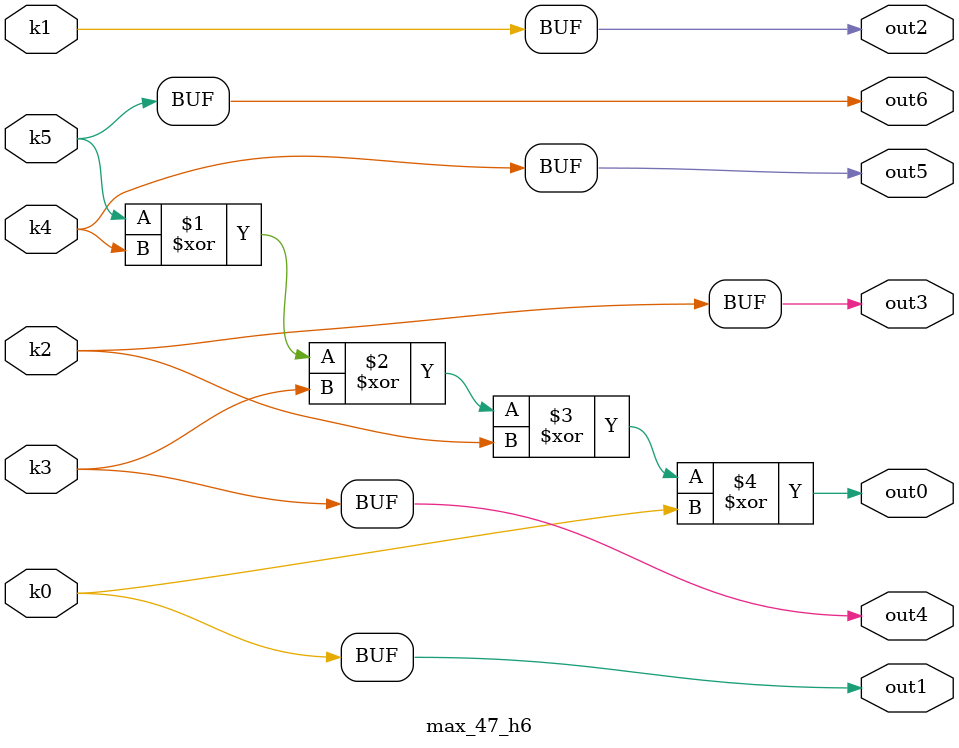
<source format=v>
module max_47(pi00, pi01, pi02, pi03, pi04, pi05, pi06, pi07, pi08, pi09, pi10, pi11, pi12, pi13, pi14, pi15, po0, po1, po2, po3, po4, po5, po6);
input pi00, pi01, pi02, pi03, pi04, pi05, pi06, pi07, pi08, pi09, pi10, pi11, pi12, pi13, pi14, pi15;
output po0, po1, po2, po3, po4, po5, po6;
wire k0, k1, k2, k3, k4, k5;
max_47_w6 DUT1 (pi00, pi01, pi02, pi03, pi04, pi05, pi06, pi07, pi08, pi09, pi10, pi11, pi12, pi13, pi14, pi15, k0, k1, k2, k3, k4, k5);
max_47_h6 DUT2 (k0, k1, k2, k3, k4, k5, po0, po1, po2, po3, po4, po5, po6);
endmodule

module max_47_w6(in15, in14, in13, in12, in11, in10, in9, in8, in7, in6, in5, in4, in3, in2, in1, in0, k5, k4, k3, k2, k1, k0);
input in15, in14, in13, in12, in11, in10, in9, in8, in7, in6, in5, in4, in3, in2, in1, in0;
output k5, k4, k3, k2, k1, k0;
assign k0 =   in0 ? in3 : (in8 ? ~in13 : ~in10);
assign k1 =   in0 ? in7 : (in8 ? ~in14 : ~in11);
assign k2 =   in0 ? in4 : (in8 ? ~in15 : ~in12);
assign k3 =   (~in8 | (((~in14 & ~in7) | ((~in15 | (~in13 & ~in3) | (~in6 & ~in5 & ~in4)) & (~in13 | ~in4 | (~in6 & ~in5)))) & (~in13 | (~in3 & (~in14 | ~in7))) & (~in14 | ~in3 | (~in7 & (~in4 | (~in6 & ~in5)))))) & (in8 | (((~in11 & ~in7) | ((~in12 | (~in6 & ~in5 & ~in4) | (~in10 & ~in3)) & (~in10 | ~in4 | (~in6 & ~in5)))) & (~in10 | (~in3 & (~in11 | ~in7))) & (~in11 | ~in3 | (~in7 & (~in4 | (~in6 & ~in5)))))) & (~in3 | ~in7 | ~in4 | (~in6 & ~in5)) & (in2 | ~in1);
assign k4 =   ((~in13 | in10) & ((~in9 & (~in14 | in11) & (~in15 | in12)) | (~in14 & in11))) | (~in13 & in10);
assign k5 =   ~in15 & in12;
endmodule

module max_47_h6(k5, k4, k3, k2, k1, k0, out6, out5, out4, out3, out2, out1, out0);
input k5, k4, k3, k2, k1, k0;
output out6, out5, out4, out3, out2, out1, out0;
assign out0 = k5 ^ k4 ^ k3 ^ k2 ^ k0;
assign out1 = k0;
assign out2 = k1;
assign out3 = k2;
assign out4 = k3;
assign out5 = k4;
assign out6 = k5;
endmodule

</source>
